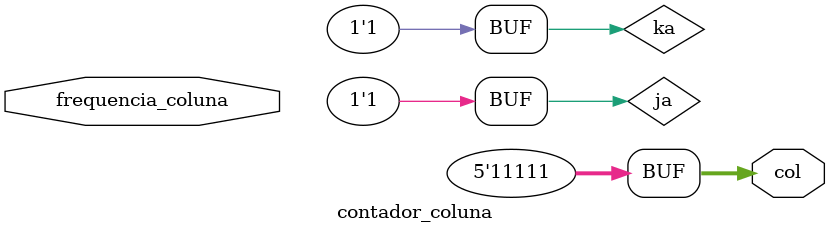
<source format=v>
module contador_coluna(col , frequencia_coluna);

	input frequencia_coluna; 
	wire frequencia_display, rst, clk2;


	//frequencia (T, clk, rst, clk2, frequencia_display, frequencia_coluna);
	
	
	// Flip Flop JK
	wire jd, jc, jb, ja;
	wire kd, kc, kb, ka;
	wire [3:0] q;
	output [4:0] col;
	
	flipflopjk D(jd, kd, frequencia_coluna, q[0]);
	flipflopjk C(jc, kc, frequencia_coluna, q[1]);
	flipflopjk B(jb, kb, frequencia_coluna, q[2]);
	flipflopjk A(ja, ka, frequencia_coluna, q[3]);
	
	// Jd e Kd
	 
	// JD = QC'.QB'.QA'
	and JD(jd, !q[1], !q[2], !q[3]);
	
	// KD = QA'
	or(kd, !q[3]);
	
	// Jc e Kc
	
	// JC = QD.QA'
	and JC(jc, q[0], !q[3]);
	
	// KC = QB'.QA'
	and KC(kc, !q[2], !q[3]);
	
	
	// Jb e Kb
	
	// JB = QA'(QC + QD)frequencia_display
	or(F1, q[1], q[0]);
	and JB(jb, !q[3], F1);
	
	// KB = QA'
	or (kb, !q[3]);

	// Ja e Ka
	
	// Ja = 1
	or (ja, 1);
	
	// Ka = 1
	or (ka, 1);
	

	assign col = 5'b11111;
	
endmodule 	


/*
module flipflopjk(j, k, clk, q);
    input j, k, clk;
    output reg q;
    
    always @(posedge clk) 
   	 begin
   		 case ({j, k})
   			 2'b00 : q <= q;
   			 2'b01 : q <= 0;
   			 2'b10: q <= 1;
   			 2'b11 : q <= ~q;
   		 endcase
   	 end
endmodule 	
*/
</source>
